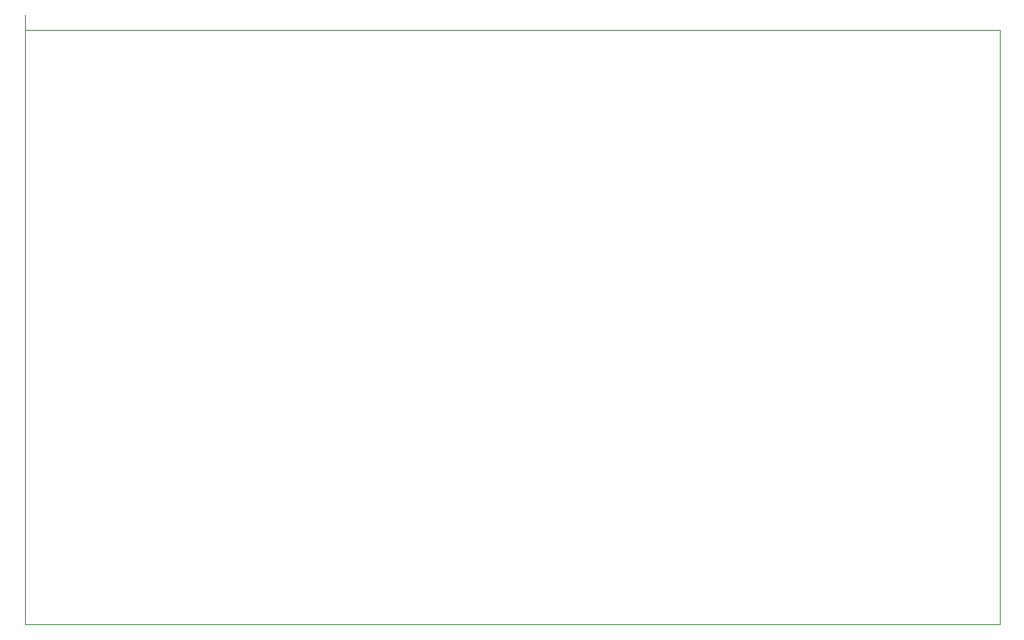
<source format=gbr>
%TF.GenerationSoftware,KiCad,Pcbnew,8.0.8*%
%TF.CreationDate,2025-05-16T08:04:54+02:00*%
%TF.ProjectId,nebulizer,6e656275-6c69-47a6-9572-2e6b69636164,rev?*%
%TF.SameCoordinates,Original*%
%TF.FileFunction,Profile,NP*%
%FSLAX46Y46*%
G04 Gerber Fmt 4.6, Leading zero omitted, Abs format (unit mm)*
G04 Created by KiCad (PCBNEW 8.0.8) date 2025-05-16 08:04:54*
%MOMM*%
%LPD*%
G01*
G04 APERTURE LIST*
%TA.AperFunction,Profile*%
%ADD10C,0.050000*%
%TD*%
G04 APERTURE END LIST*
D10*
X131064000Y-20320000D02*
X131064000Y-80772000D01*
X32512000Y-80772000D02*
X32004000Y-80772000D01*
X131064000Y-20320000D02*
X32004000Y-20320000D01*
X32004000Y-80772000D02*
X32004000Y-18796000D01*
X131064000Y-80772000D02*
X32512000Y-80772000D01*
M02*

</source>
